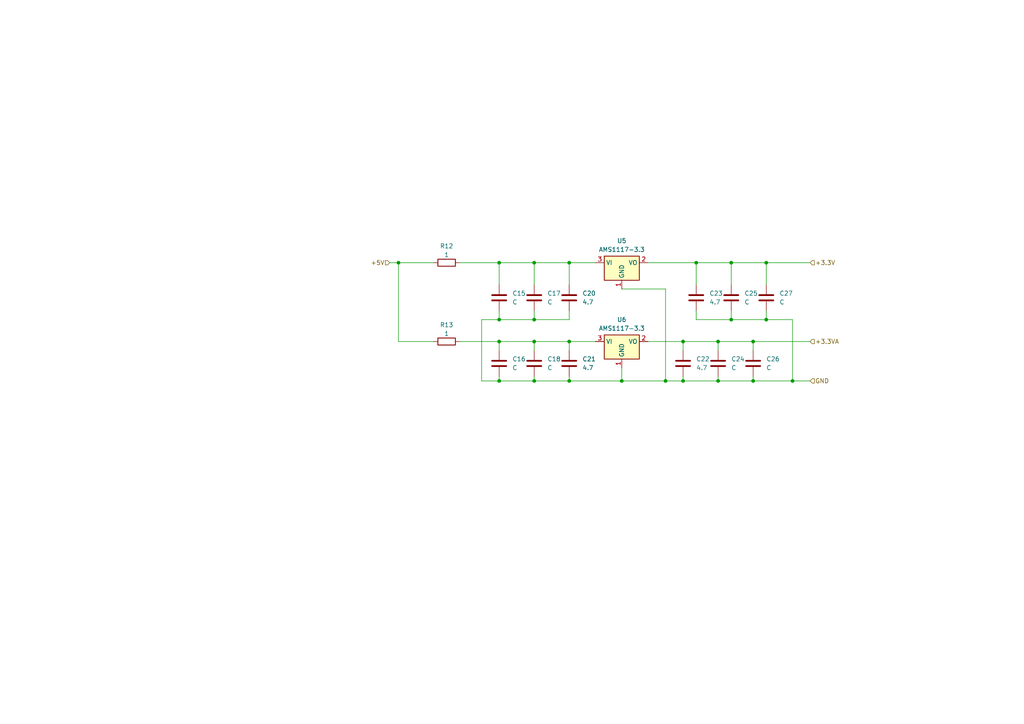
<source format=kicad_sch>
(kicad_sch
	(version 20250114)
	(generator "eeschema")
	(generator_version "9.0")
	(uuid "dda33534-b3d2-483b-87f0-aacb50e56194")
	(paper "A4")
	(lib_symbols
		(symbol "Device:C"
			(pin_numbers
				(hide yes)
			)
			(pin_names
				(offset 0.254)
			)
			(exclude_from_sim no)
			(in_bom yes)
			(on_board yes)
			(property "Reference" "C"
				(at 0.635 2.54 0)
				(effects
					(font
						(size 1.27 1.27)
					)
					(justify left)
				)
			)
			(property "Value" "C"
				(at 0.635 -2.54 0)
				(effects
					(font
						(size 1.27 1.27)
					)
					(justify left)
				)
			)
			(property "Footprint" ""
				(at 0.9652 -3.81 0)
				(effects
					(font
						(size 1.27 1.27)
					)
					(hide yes)
				)
			)
			(property "Datasheet" "~"
				(at 0 0 0)
				(effects
					(font
						(size 1.27 1.27)
					)
					(hide yes)
				)
			)
			(property "Description" "Unpolarized capacitor"
				(at 0 0 0)
				(effects
					(font
						(size 1.27 1.27)
					)
					(hide yes)
				)
			)
			(property "ki_keywords" "cap capacitor"
				(at 0 0 0)
				(effects
					(font
						(size 1.27 1.27)
					)
					(hide yes)
				)
			)
			(property "ki_fp_filters" "C_*"
				(at 0 0 0)
				(effects
					(font
						(size 1.27 1.27)
					)
					(hide yes)
				)
			)
			(symbol "C_0_1"
				(polyline
					(pts
						(xy -2.032 0.762) (xy 2.032 0.762)
					)
					(stroke
						(width 0.508)
						(type default)
					)
					(fill
						(type none)
					)
				)
				(polyline
					(pts
						(xy -2.032 -0.762) (xy 2.032 -0.762)
					)
					(stroke
						(width 0.508)
						(type default)
					)
					(fill
						(type none)
					)
				)
			)
			(symbol "C_1_1"
				(pin passive line
					(at 0 3.81 270)
					(length 2.794)
					(name "~"
						(effects
							(font
								(size 1.27 1.27)
							)
						)
					)
					(number "1"
						(effects
							(font
								(size 1.27 1.27)
							)
						)
					)
				)
				(pin passive line
					(at 0 -3.81 90)
					(length 2.794)
					(name "~"
						(effects
							(font
								(size 1.27 1.27)
							)
						)
					)
					(number "2"
						(effects
							(font
								(size 1.27 1.27)
							)
						)
					)
				)
			)
			(embedded_fonts no)
		)
		(symbol "Device:R"
			(pin_numbers
				(hide yes)
			)
			(pin_names
				(offset 0)
			)
			(exclude_from_sim no)
			(in_bom yes)
			(on_board yes)
			(property "Reference" "R"
				(at 2.032 0 90)
				(effects
					(font
						(size 1.27 1.27)
					)
				)
			)
			(property "Value" "R"
				(at 0 0 90)
				(effects
					(font
						(size 1.27 1.27)
					)
				)
			)
			(property "Footprint" ""
				(at -1.778 0 90)
				(effects
					(font
						(size 1.27 1.27)
					)
					(hide yes)
				)
			)
			(property "Datasheet" "~"
				(at 0 0 0)
				(effects
					(font
						(size 1.27 1.27)
					)
					(hide yes)
				)
			)
			(property "Description" "Resistor"
				(at 0 0 0)
				(effects
					(font
						(size 1.27 1.27)
					)
					(hide yes)
				)
			)
			(property "ki_keywords" "R res resistor"
				(at 0 0 0)
				(effects
					(font
						(size 1.27 1.27)
					)
					(hide yes)
				)
			)
			(property "ki_fp_filters" "R_*"
				(at 0 0 0)
				(effects
					(font
						(size 1.27 1.27)
					)
					(hide yes)
				)
			)
			(symbol "R_0_1"
				(rectangle
					(start -1.016 -2.54)
					(end 1.016 2.54)
					(stroke
						(width 0.254)
						(type default)
					)
					(fill
						(type none)
					)
				)
			)
			(symbol "R_1_1"
				(pin passive line
					(at 0 3.81 270)
					(length 1.27)
					(name "~"
						(effects
							(font
								(size 1.27 1.27)
							)
						)
					)
					(number "1"
						(effects
							(font
								(size 1.27 1.27)
							)
						)
					)
				)
				(pin passive line
					(at 0 -3.81 90)
					(length 1.27)
					(name "~"
						(effects
							(font
								(size 1.27 1.27)
							)
						)
					)
					(number "2"
						(effects
							(font
								(size 1.27 1.27)
							)
						)
					)
				)
			)
			(embedded_fonts no)
		)
		(symbol "Regulator_Linear:AMS1117-3.3"
			(exclude_from_sim no)
			(in_bom yes)
			(on_board yes)
			(property "Reference" "U"
				(at -3.81 3.175 0)
				(effects
					(font
						(size 1.27 1.27)
					)
				)
			)
			(property "Value" "AMS1117-3.3"
				(at 0 3.175 0)
				(effects
					(font
						(size 1.27 1.27)
					)
					(justify left)
				)
			)
			(property "Footprint" "Package_TO_SOT_SMD:SOT-223-3_TabPin2"
				(at 0 5.08 0)
				(effects
					(font
						(size 1.27 1.27)
					)
					(hide yes)
				)
			)
			(property "Datasheet" "http://www.advanced-monolithic.com/pdf/ds1117.pdf"
				(at 2.54 -6.35 0)
				(effects
					(font
						(size 1.27 1.27)
					)
					(hide yes)
				)
			)
			(property "Description" "1A Low Dropout regulator, positive, 3.3V fixed output, SOT-223"
				(at 0 0 0)
				(effects
					(font
						(size 1.27 1.27)
					)
					(hide yes)
				)
			)
			(property "ki_keywords" "linear regulator ldo fixed positive"
				(at 0 0 0)
				(effects
					(font
						(size 1.27 1.27)
					)
					(hide yes)
				)
			)
			(property "ki_fp_filters" "SOT?223*TabPin2*"
				(at 0 0 0)
				(effects
					(font
						(size 1.27 1.27)
					)
					(hide yes)
				)
			)
			(symbol "AMS1117-3.3_0_1"
				(rectangle
					(start -5.08 -5.08)
					(end 5.08 1.905)
					(stroke
						(width 0.254)
						(type default)
					)
					(fill
						(type background)
					)
				)
			)
			(symbol "AMS1117-3.3_1_1"
				(pin power_in line
					(at -7.62 0 0)
					(length 2.54)
					(name "VI"
						(effects
							(font
								(size 1.27 1.27)
							)
						)
					)
					(number "3"
						(effects
							(font
								(size 1.27 1.27)
							)
						)
					)
				)
				(pin power_in line
					(at 0 -7.62 90)
					(length 2.54)
					(name "GND"
						(effects
							(font
								(size 1.27 1.27)
							)
						)
					)
					(number "1"
						(effects
							(font
								(size 1.27 1.27)
							)
						)
					)
				)
				(pin power_out line
					(at 7.62 0 180)
					(length 2.54)
					(name "VO"
						(effects
							(font
								(size 1.27 1.27)
							)
						)
					)
					(number "2"
						(effects
							(font
								(size 1.27 1.27)
							)
						)
					)
				)
			)
			(embedded_fonts no)
		)
	)
	(junction
		(at 201.93 76.2)
		(diameter 0)
		(color 0 0 0 0)
		(uuid "0e29799e-0a9f-44dd-9f2b-4f93fb8851ec")
	)
	(junction
		(at 208.28 99.06)
		(diameter 0)
		(color 0 0 0 0)
		(uuid "140a47fd-7cc8-4f4e-a1b6-82bde1a5c40b")
	)
	(junction
		(at 218.44 110.49)
		(diameter 0)
		(color 0 0 0 0)
		(uuid "1df05f0c-ee17-4af7-a437-2bee328d3ffd")
	)
	(junction
		(at 154.94 76.2)
		(diameter 0)
		(color 0 0 0 0)
		(uuid "1efa8983-561e-4d47-814f-935a09a78353")
	)
	(junction
		(at 208.28 110.49)
		(diameter 0)
		(color 0 0 0 0)
		(uuid "306e6229-d6a1-4c28-8b66-238b373e29b6")
	)
	(junction
		(at 180.34 110.49)
		(diameter 0)
		(color 0 0 0 0)
		(uuid "4f859806-454b-4ca1-875a-3cdb86629094")
	)
	(junction
		(at 154.94 92.71)
		(diameter 0)
		(color 0 0 0 0)
		(uuid "62c8ba2a-c9e6-48fa-8bae-b883d50c0abd")
	)
	(junction
		(at 154.94 99.06)
		(diameter 0)
		(color 0 0 0 0)
		(uuid "65ad6195-4d67-4408-ace9-ea85221c5be1")
	)
	(junction
		(at 198.12 99.06)
		(diameter 0)
		(color 0 0 0 0)
		(uuid "6772f316-4b78-49a5-a1b7-44c020d7f40d")
	)
	(junction
		(at 222.25 92.71)
		(diameter 0)
		(color 0 0 0 0)
		(uuid "69791233-f86c-4321-92ac-f83f7338a824")
	)
	(junction
		(at 229.87 110.49)
		(diameter 0)
		(color 0 0 0 0)
		(uuid "73ea6949-9fdb-49cf-8bb0-4189a92eb37c")
	)
	(junction
		(at 212.09 76.2)
		(diameter 0)
		(color 0 0 0 0)
		(uuid "87b21a60-c175-4bf1-80eb-041f15197a00")
	)
	(junction
		(at 154.94 110.49)
		(diameter 0)
		(color 0 0 0 0)
		(uuid "88fb6af8-3c0c-44cc-b94f-c56efb7fb802")
	)
	(junction
		(at 144.78 92.71)
		(diameter 0)
		(color 0 0 0 0)
		(uuid "a26e16e2-2622-42d0-ae81-2c38c040d510")
	)
	(junction
		(at 165.1 76.2)
		(diameter 0)
		(color 0 0 0 0)
		(uuid "a34a811d-f9f8-4769-890a-9922e2d6e6cd")
	)
	(junction
		(at 144.78 99.06)
		(diameter 0)
		(color 0 0 0 0)
		(uuid "af7b2f80-6298-4ceb-aafc-ff6e86eb7be4")
	)
	(junction
		(at 218.44 99.06)
		(diameter 0)
		(color 0 0 0 0)
		(uuid "b5aaa2a8-6aad-495d-a964-6703b78fc1e1")
	)
	(junction
		(at 193.04 110.49)
		(diameter 0)
		(color 0 0 0 0)
		(uuid "b899609b-ef00-4647-a48a-f9cf64f38c42")
	)
	(junction
		(at 144.78 76.2)
		(diameter 0)
		(color 0 0 0 0)
		(uuid "c14ba231-5596-4c61-a65b-55d278a40a56")
	)
	(junction
		(at 144.78 110.49)
		(diameter 0)
		(color 0 0 0 0)
		(uuid "c34f5117-6d1b-4306-b7cf-afcf5aaa31ef")
	)
	(junction
		(at 222.25 76.2)
		(diameter 0)
		(color 0 0 0 0)
		(uuid "c5892eb4-fe4e-490b-a386-81ae352f3cf3")
	)
	(junction
		(at 212.09 92.71)
		(diameter 0)
		(color 0 0 0 0)
		(uuid "c8b43ccc-d560-4d40-9f27-a122fa0fc26f")
	)
	(junction
		(at 165.1 110.49)
		(diameter 0)
		(color 0 0 0 0)
		(uuid "d273c4dd-3398-4245-a16e-c29823c92964")
	)
	(junction
		(at 165.1 99.06)
		(diameter 0)
		(color 0 0 0 0)
		(uuid "e3e4838b-1f1f-4b14-ae97-5145718364ec")
	)
	(junction
		(at 115.57 76.2)
		(diameter 0)
		(color 0 0 0 0)
		(uuid "e4419d06-39eb-41c6-9924-655b8ff736ac")
	)
	(junction
		(at 198.12 110.49)
		(diameter 0)
		(color 0 0 0 0)
		(uuid "f8235307-d72f-4368-95a2-dbeb347de583")
	)
	(wire
		(pts
			(xy 113.03 76.2) (xy 115.57 76.2)
		)
		(stroke
			(width 0)
			(type default)
		)
		(uuid "01a79613-7d0c-425d-87e3-80fe3d770564")
	)
	(wire
		(pts
			(xy 154.94 109.22) (xy 154.94 110.49)
		)
		(stroke
			(width 0)
			(type default)
		)
		(uuid "028148bd-2b5a-48ed-8f86-bb0535f02eb4")
	)
	(wire
		(pts
			(xy 187.96 99.06) (xy 198.12 99.06)
		)
		(stroke
			(width 0)
			(type default)
		)
		(uuid "04d9ec30-0087-401d-802f-1f69fafa91e4")
	)
	(wire
		(pts
			(xy 144.78 76.2) (xy 144.78 82.55)
		)
		(stroke
			(width 0)
			(type default)
		)
		(uuid "0568715c-fbaf-4a4c-8ed5-79ce9fad4059")
	)
	(wire
		(pts
			(xy 165.1 109.22) (xy 165.1 110.49)
		)
		(stroke
			(width 0)
			(type default)
		)
		(uuid "09ba4d6b-16a1-49ec-8f6a-79e22258c5b3")
	)
	(wire
		(pts
			(xy 165.1 76.2) (xy 165.1 82.55)
		)
		(stroke
			(width 0)
			(type default)
		)
		(uuid "0cb22717-1431-410f-8f8a-b7a323404e31")
	)
	(wire
		(pts
			(xy 208.28 110.49) (xy 218.44 110.49)
		)
		(stroke
			(width 0)
			(type default)
		)
		(uuid "0da91d79-05b0-4d45-941c-07184a41ff4f")
	)
	(wire
		(pts
			(xy 154.94 90.17) (xy 154.94 92.71)
		)
		(stroke
			(width 0)
			(type default)
		)
		(uuid "1a3d38a3-5010-45b8-bad4-f69ecc1c0aff")
	)
	(wire
		(pts
			(xy 198.12 110.49) (xy 208.28 110.49)
		)
		(stroke
			(width 0)
			(type default)
		)
		(uuid "1de5e78b-57f6-4775-923e-7886b7481ecb")
	)
	(wire
		(pts
			(xy 222.25 76.2) (xy 234.95 76.2)
		)
		(stroke
			(width 0)
			(type default)
		)
		(uuid "24c00a27-f556-430b-b5dd-3d49c377b508")
	)
	(wire
		(pts
			(xy 229.87 110.49) (xy 234.95 110.49)
		)
		(stroke
			(width 0)
			(type default)
		)
		(uuid "269e5f2f-8f8d-47ca-a041-603ef869bfcf")
	)
	(wire
		(pts
			(xy 198.12 99.06) (xy 198.12 101.6)
		)
		(stroke
			(width 0)
			(type default)
		)
		(uuid "285d59ea-1b24-422f-8e10-0a2c6d8a7b56")
	)
	(wire
		(pts
			(xy 144.78 90.17) (xy 144.78 92.71)
		)
		(stroke
			(width 0)
			(type default)
		)
		(uuid "2bc59ffc-e1e1-4649-acac-b1c7e5fc86f3")
	)
	(wire
		(pts
			(xy 154.94 99.06) (xy 144.78 99.06)
		)
		(stroke
			(width 0)
			(type default)
		)
		(uuid "2cd8960e-1f46-451a-8099-fa14a546e8b9")
	)
	(wire
		(pts
			(xy 115.57 76.2) (xy 125.73 76.2)
		)
		(stroke
			(width 0)
			(type default)
		)
		(uuid "309fd809-b533-408f-b505-3a91a4128d8c")
	)
	(wire
		(pts
			(xy 144.78 92.71) (xy 139.7 92.71)
		)
		(stroke
			(width 0)
			(type default)
		)
		(uuid "37b09877-4f38-4b9d-b70e-ff93b4667c28")
	)
	(wire
		(pts
			(xy 180.34 83.82) (xy 193.04 83.82)
		)
		(stroke
			(width 0)
			(type default)
		)
		(uuid "3b013b01-c557-4933-bced-51a9765e8185")
	)
	(wire
		(pts
			(xy 165.1 110.49) (xy 180.34 110.49)
		)
		(stroke
			(width 0)
			(type default)
		)
		(uuid "3b8aeae1-4238-4dda-907c-9233e45b4bf2")
	)
	(wire
		(pts
			(xy 139.7 92.71) (xy 139.7 110.49)
		)
		(stroke
			(width 0)
			(type default)
		)
		(uuid "3d1d89a4-7588-474d-bd31-d2b989bbe9d0")
	)
	(wire
		(pts
			(xy 222.25 76.2) (xy 222.25 82.55)
		)
		(stroke
			(width 0)
			(type default)
		)
		(uuid "3e98c603-528b-4d25-9e45-20155ef86491")
	)
	(wire
		(pts
			(xy 218.44 99.06) (xy 234.95 99.06)
		)
		(stroke
			(width 0)
			(type default)
		)
		(uuid "404f9a4c-03e3-403b-90bf-69f93278262b")
	)
	(wire
		(pts
			(xy 154.94 76.2) (xy 165.1 76.2)
		)
		(stroke
			(width 0)
			(type default)
		)
		(uuid "4122fb86-3174-48db-9551-143e4058be9b")
	)
	(wire
		(pts
			(xy 198.12 99.06) (xy 208.28 99.06)
		)
		(stroke
			(width 0)
			(type default)
		)
		(uuid "45974d86-aec0-426d-9997-156ea2696d31")
	)
	(wire
		(pts
			(xy 201.93 76.2) (xy 212.09 76.2)
		)
		(stroke
			(width 0)
			(type default)
		)
		(uuid "45e43e83-59e0-41f2-ac22-074c43268640")
	)
	(wire
		(pts
			(xy 218.44 99.06) (xy 218.44 101.6)
		)
		(stroke
			(width 0)
			(type default)
		)
		(uuid "4a341566-01a0-48c3-b5c2-dcca0c77f3c5")
	)
	(wire
		(pts
			(xy 144.78 99.06) (xy 144.78 101.6)
		)
		(stroke
			(width 0)
			(type default)
		)
		(uuid "4d777979-f125-474b-aafb-24426edc1d5d")
	)
	(wire
		(pts
			(xy 218.44 109.22) (xy 218.44 110.49)
		)
		(stroke
			(width 0)
			(type default)
		)
		(uuid "51c15f67-8d4e-4e17-9ea3-84d9a26b8d08")
	)
	(wire
		(pts
			(xy 115.57 99.06) (xy 115.57 76.2)
		)
		(stroke
			(width 0)
			(type default)
		)
		(uuid "51dd4835-013e-431c-97a1-5953cedadd80")
	)
	(wire
		(pts
			(xy 208.28 99.06) (xy 208.28 101.6)
		)
		(stroke
			(width 0)
			(type default)
		)
		(uuid "58a52d64-28c5-4efe-89a8-726eab9e1444")
	)
	(wire
		(pts
			(xy 201.93 92.71) (xy 212.09 92.71)
		)
		(stroke
			(width 0)
			(type default)
		)
		(uuid "59da71aa-156c-4d40-a791-8d60024ff04c")
	)
	(wire
		(pts
			(xy 229.87 92.71) (xy 222.25 92.71)
		)
		(stroke
			(width 0)
			(type default)
		)
		(uuid "5ca98a4f-8546-41cc-a326-cc261b9935d0")
	)
	(wire
		(pts
			(xy 165.1 76.2) (xy 172.72 76.2)
		)
		(stroke
			(width 0)
			(type default)
		)
		(uuid "5d6dd2f8-3e3d-4cfc-96b1-3900aba6c684")
	)
	(wire
		(pts
			(xy 133.35 76.2) (xy 144.78 76.2)
		)
		(stroke
			(width 0)
			(type default)
		)
		(uuid "6a1932ad-3967-4592-a743-ed11452ae66f")
	)
	(wire
		(pts
			(xy 187.96 76.2) (xy 201.93 76.2)
		)
		(stroke
			(width 0)
			(type default)
		)
		(uuid "6daf2a74-5a50-4247-97d8-479a0b216c3f")
	)
	(wire
		(pts
			(xy 172.72 99.06) (xy 165.1 99.06)
		)
		(stroke
			(width 0)
			(type default)
		)
		(uuid "6e8ff22e-8d62-43e0-b5aa-5d0a39ec7819")
	)
	(wire
		(pts
			(xy 229.87 110.49) (xy 229.87 92.71)
		)
		(stroke
			(width 0)
			(type default)
		)
		(uuid "7abb18aa-86b8-4219-9f7a-8f8c09b698c3")
	)
	(wire
		(pts
			(xy 201.93 90.17) (xy 201.93 92.71)
		)
		(stroke
			(width 0)
			(type default)
		)
		(uuid "7cb52976-fe5d-4f0d-8fe1-04cc41590f09")
	)
	(wire
		(pts
			(xy 154.94 99.06) (xy 154.94 101.6)
		)
		(stroke
			(width 0)
			(type default)
		)
		(uuid "843c3211-d0e7-4ea5-ab2e-b2b0cec9c9b7")
	)
	(wire
		(pts
			(xy 208.28 109.22) (xy 208.28 110.49)
		)
		(stroke
			(width 0)
			(type default)
		)
		(uuid "8b886cec-fa64-454b-8826-0609eaa0f4b5")
	)
	(wire
		(pts
			(xy 154.94 76.2) (xy 154.94 82.55)
		)
		(stroke
			(width 0)
			(type default)
		)
		(uuid "8d08d04f-5cbe-4869-80cf-d1d9c9bfecb0")
	)
	(wire
		(pts
			(xy 144.78 110.49) (xy 154.94 110.49)
		)
		(stroke
			(width 0)
			(type default)
		)
		(uuid "8ee02993-c283-49fa-adb3-8db963120024")
	)
	(wire
		(pts
			(xy 212.09 76.2) (xy 212.09 82.55)
		)
		(stroke
			(width 0)
			(type default)
		)
		(uuid "9623bb83-8af4-4db0-b6fa-0087f964e9ac")
	)
	(wire
		(pts
			(xy 154.94 92.71) (xy 165.1 92.71)
		)
		(stroke
			(width 0)
			(type default)
		)
		(uuid "96b9964e-5ea9-4db9-be3a-c8d993c49f49")
	)
	(wire
		(pts
			(xy 165.1 99.06) (xy 165.1 101.6)
		)
		(stroke
			(width 0)
			(type default)
		)
		(uuid "9a107d5b-ad3b-4864-9aa8-590e46283261")
	)
	(wire
		(pts
			(xy 144.78 109.22) (xy 144.78 110.49)
		)
		(stroke
			(width 0)
			(type default)
		)
		(uuid "9d35667a-c385-4e48-b607-6b6ffa7818c5")
	)
	(wire
		(pts
			(xy 212.09 90.17) (xy 212.09 92.71)
		)
		(stroke
			(width 0)
			(type default)
		)
		(uuid "a54bf1c6-c057-4aa6-a81c-202630943166")
	)
	(wire
		(pts
			(xy 154.94 110.49) (xy 165.1 110.49)
		)
		(stroke
			(width 0)
			(type default)
		)
		(uuid "af0d7d14-56ed-4101-84cb-79ef88f8812e")
	)
	(wire
		(pts
			(xy 165.1 92.71) (xy 165.1 90.17)
		)
		(stroke
			(width 0)
			(type default)
		)
		(uuid "b0508bf9-318e-4c87-914c-95037480cb22")
	)
	(wire
		(pts
			(xy 208.28 99.06) (xy 218.44 99.06)
		)
		(stroke
			(width 0)
			(type default)
		)
		(uuid "b3544635-fb04-457c-b329-feab5085e115")
	)
	(wire
		(pts
			(xy 193.04 110.49) (xy 180.34 110.49)
		)
		(stroke
			(width 0)
			(type default)
		)
		(uuid "b690b14e-9121-4391-bfef-78aa57a2a94e")
	)
	(wire
		(pts
			(xy 180.34 110.49) (xy 180.34 106.68)
		)
		(stroke
			(width 0)
			(type default)
		)
		(uuid "be7cbf3d-b9d0-4efa-bc24-356aec74b360")
	)
	(wire
		(pts
			(xy 201.93 76.2) (xy 201.93 82.55)
		)
		(stroke
			(width 0)
			(type default)
		)
		(uuid "bed16175-4516-4d84-90a9-15eafdbd3ed9")
	)
	(wire
		(pts
			(xy 115.57 99.06) (xy 125.73 99.06)
		)
		(stroke
			(width 0)
			(type default)
		)
		(uuid "c1137ace-1673-4ce3-9285-3411fb13d41d")
	)
	(wire
		(pts
			(xy 212.09 92.71) (xy 222.25 92.71)
		)
		(stroke
			(width 0)
			(type default)
		)
		(uuid "c47b930d-df2c-48ad-bdd8-1490aae7ec69")
	)
	(wire
		(pts
			(xy 144.78 92.71) (xy 154.94 92.71)
		)
		(stroke
			(width 0)
			(type default)
		)
		(uuid "c8972626-5edf-4478-9b70-4d687b4d7a46")
	)
	(wire
		(pts
			(xy 198.12 109.22) (xy 198.12 110.49)
		)
		(stroke
			(width 0)
			(type default)
		)
		(uuid "cd4f7a11-9e3f-4f5e-ab06-4638d4315653")
	)
	(wire
		(pts
			(xy 165.1 99.06) (xy 154.94 99.06)
		)
		(stroke
			(width 0)
			(type default)
		)
		(uuid "d1b0e118-6335-476e-8627-7f5ef1d9e1c2")
	)
	(wire
		(pts
			(xy 193.04 110.49) (xy 198.12 110.49)
		)
		(stroke
			(width 0)
			(type default)
		)
		(uuid "d6cfdf31-c296-45a5-90c2-bfd09f80fe7c")
	)
	(wire
		(pts
			(xy 139.7 110.49) (xy 144.78 110.49)
		)
		(stroke
			(width 0)
			(type default)
		)
		(uuid "da5ddcc4-8938-4327-86a1-e70d47cbb06b")
	)
	(wire
		(pts
			(xy 218.44 110.49) (xy 229.87 110.49)
		)
		(stroke
			(width 0)
			(type default)
		)
		(uuid "e62660be-ec13-4e43-b428-a378854cc32b")
	)
	(wire
		(pts
			(xy 133.35 99.06) (xy 144.78 99.06)
		)
		(stroke
			(width 0)
			(type default)
		)
		(uuid "edd6587e-4956-417a-ab62-4ec0880d68fd")
	)
	(wire
		(pts
			(xy 193.04 83.82) (xy 193.04 110.49)
		)
		(stroke
			(width 0)
			(type default)
		)
		(uuid "f0af4046-d8c3-46f5-9d49-1f417b07987c")
	)
	(wire
		(pts
			(xy 222.25 92.71) (xy 222.25 90.17)
		)
		(stroke
			(width 0)
			(type default)
		)
		(uuid "f0e3e278-1ad8-4a49-9d13-73a45cc6d779")
	)
	(wire
		(pts
			(xy 144.78 76.2) (xy 154.94 76.2)
		)
		(stroke
			(width 0)
			(type default)
		)
		(uuid "fc65ad59-e5b2-43cc-b754-de55ee498a0a")
	)
	(wire
		(pts
			(xy 212.09 76.2) (xy 222.25 76.2)
		)
		(stroke
			(width 0)
			(type default)
		)
		(uuid "fded0802-063c-4119-90fe-2e9c27cf1b29")
	)
	(hierarchical_label "+3.3VA"
		(shape input)
		(at 234.95 99.06 0)
		(effects
			(font
				(size 1.27 1.27)
			)
			(justify left)
		)
		(uuid "11046a6b-375b-409a-86a6-28351582ca81")
	)
	(hierarchical_label "GND"
		(shape input)
		(at 234.95 110.49 0)
		(effects
			(font
				(size 1.27 1.27)
			)
			(justify left)
		)
		(uuid "92110f6b-f9ae-450d-92ba-67266ce21608")
	)
	(hierarchical_label "+3.3V"
		(shape input)
		(at 234.95 76.2 0)
		(effects
			(font
				(size 1.27 1.27)
			)
			(justify left)
		)
		(uuid "c90aca77-394b-44ec-8600-435bd67a1bc1")
	)
	(hierarchical_label "+5V"
		(shape input)
		(at 113.03 76.2 180)
		(effects
			(font
				(size 1.27 1.27)
			)
			(justify right)
		)
		(uuid "eb569908-f86d-4156-8d74-a57302d6bc80")
	)
	(symbol
		(lib_id "Device:C")
		(at 144.78 105.41 0)
		(unit 1)
		(exclude_from_sim no)
		(in_bom yes)
		(on_board yes)
		(dnp no)
		(fields_autoplaced yes)
		(uuid "20869e41-9548-4e5d-9506-9ba5fe9b7ded")
		(property "Reference" "C16"
			(at 148.59 104.1399 0)
			(effects
				(font
					(size 1.27 1.27)
				)
				(justify left)
			)
		)
		(property "Value" "C"
			(at 148.59 106.6799 0)
			(effects
				(font
					(size 1.27 1.27)
				)
				(justify left)
			)
		)
		(property "Footprint" "Capacitor_SMD:C_0805_2012Metric"
			(at 145.7452 109.22 0)
			(effects
				(font
					(size 1.27 1.27)
				)
				(hide yes)
			)
		)
		(property "Datasheet" "~"
			(at 144.78 105.41 0)
			(effects
				(font
					(size 1.27 1.27)
				)
				(hide yes)
			)
		)
		(property "Description" "Unpolarized capacitor"
			(at 144.78 105.41 0)
			(effects
				(font
					(size 1.27 1.27)
				)
				(hide yes)
			)
		)
		(pin "2"
			(uuid "7cb32abc-44da-4418-bc13-55a85ccaf5fa")
		)
		(pin "1"
			(uuid "77726d8a-ae54-4773-9746-0101abf50815")
		)
		(instances
			(project "3axis-magnitometer"
				(path "/c590c88d-27c9-4e5a-a435-a42d9de70c1c/aa85cf22-72ca-4fb8-a4da-aecf61471964"
					(reference "C16")
					(unit 1)
				)
			)
		)
	)
	(symbol
		(lib_id "Device:C")
		(at 144.78 86.36 0)
		(unit 1)
		(exclude_from_sim no)
		(in_bom yes)
		(on_board yes)
		(dnp no)
		(fields_autoplaced yes)
		(uuid "29bf8e87-e4aa-433f-8d64-c0dfd863610d")
		(property "Reference" "C15"
			(at 148.59 85.0899 0)
			(effects
				(font
					(size 1.27 1.27)
				)
				(justify left)
			)
		)
		(property "Value" "C"
			(at 148.59 87.6299 0)
			(effects
				(font
					(size 1.27 1.27)
				)
				(justify left)
			)
		)
		(property "Footprint" "Capacitor_SMD:C_0805_2012Metric"
			(at 145.7452 90.17 0)
			(effects
				(font
					(size 1.27 1.27)
				)
				(hide yes)
			)
		)
		(property "Datasheet" "~"
			(at 144.78 86.36 0)
			(effects
				(font
					(size 1.27 1.27)
				)
				(hide yes)
			)
		)
		(property "Description" "Unpolarized capacitor"
			(at 144.78 86.36 0)
			(effects
				(font
					(size 1.27 1.27)
				)
				(hide yes)
			)
		)
		(pin "2"
			(uuid "78c1eac1-338e-4567-84e6-344bcfc70c6e")
		)
		(pin "1"
			(uuid "b275d5df-18d3-495e-8af1-6c81318eee75")
		)
		(instances
			(project "3axis-magnitometer"
				(path "/c590c88d-27c9-4e5a-a435-a42d9de70c1c/aa85cf22-72ca-4fb8-a4da-aecf61471964"
					(reference "C15")
					(unit 1)
				)
			)
		)
	)
	(symbol
		(lib_id "Device:C")
		(at 208.28 105.41 0)
		(unit 1)
		(exclude_from_sim no)
		(in_bom yes)
		(on_board yes)
		(dnp no)
		(fields_autoplaced yes)
		(uuid "2c115d23-c19e-4a53-9591-9a08953ff171")
		(property "Reference" "C24"
			(at 212.09 104.1399 0)
			(effects
				(font
					(size 1.27 1.27)
				)
				(justify left)
			)
		)
		(property "Value" "C"
			(at 212.09 106.6799 0)
			(effects
				(font
					(size 1.27 1.27)
				)
				(justify left)
			)
		)
		(property "Footprint" "Capacitor_SMD:C_0805_2012Metric"
			(at 209.2452 109.22 0)
			(effects
				(font
					(size 1.27 1.27)
				)
				(hide yes)
			)
		)
		(property "Datasheet" "~"
			(at 208.28 105.41 0)
			(effects
				(font
					(size 1.27 1.27)
				)
				(hide yes)
			)
		)
		(property "Description" "Unpolarized capacitor"
			(at 208.28 105.41 0)
			(effects
				(font
					(size 1.27 1.27)
				)
				(hide yes)
			)
		)
		(pin "2"
			(uuid "36e271de-9877-403c-a6eb-789fb7d288ad")
		)
		(pin "1"
			(uuid "adcbd0fb-e710-404a-9699-3eaf254baf1b")
		)
		(instances
			(project "3axis-magnitometer"
				(path "/c590c88d-27c9-4e5a-a435-a42d9de70c1c/aa85cf22-72ca-4fb8-a4da-aecf61471964"
					(reference "C24")
					(unit 1)
				)
			)
		)
	)
	(symbol
		(lib_id "Device:C")
		(at 222.25 86.36 0)
		(unit 1)
		(exclude_from_sim no)
		(in_bom yes)
		(on_board yes)
		(dnp no)
		(fields_autoplaced yes)
		(uuid "4b351f9e-a183-4a59-8ede-c2930e2d6c04")
		(property "Reference" "C27"
			(at 226.06 85.0899 0)
			(effects
				(font
					(size 1.27 1.27)
				)
				(justify left)
			)
		)
		(property "Value" "C"
			(at 226.06 87.6299 0)
			(effects
				(font
					(size 1.27 1.27)
				)
				(justify left)
			)
		)
		(property "Footprint" "Capacitor_SMD:C_0805_2012Metric"
			(at 223.2152 90.17 0)
			(effects
				(font
					(size 1.27 1.27)
				)
				(hide yes)
			)
		)
		(property "Datasheet" "~"
			(at 222.25 86.36 0)
			(effects
				(font
					(size 1.27 1.27)
				)
				(hide yes)
			)
		)
		(property "Description" "Unpolarized capacitor"
			(at 222.25 86.36 0)
			(effects
				(font
					(size 1.27 1.27)
				)
				(hide yes)
			)
		)
		(pin "2"
			(uuid "bd83c69a-1c78-439f-9b89-694e5b37fc7c")
		)
		(pin "1"
			(uuid "f39e1038-f788-4a4d-acbf-33ecaa29b5d5")
		)
		(instances
			(project "3axis-magnitometer"
				(path "/c590c88d-27c9-4e5a-a435-a42d9de70c1c/aa85cf22-72ca-4fb8-a4da-aecf61471964"
					(reference "C27")
					(unit 1)
				)
			)
		)
	)
	(symbol
		(lib_id "Device:C")
		(at 212.09 86.36 0)
		(unit 1)
		(exclude_from_sim no)
		(in_bom yes)
		(on_board yes)
		(dnp no)
		(fields_autoplaced yes)
		(uuid "50c0372c-8028-4f99-930f-cd119981222c")
		(property "Reference" "C25"
			(at 215.9 85.0899 0)
			(effects
				(font
					(size 1.27 1.27)
				)
				(justify left)
			)
		)
		(property "Value" "C"
			(at 215.9 87.6299 0)
			(effects
				(font
					(size 1.27 1.27)
				)
				(justify left)
			)
		)
		(property "Footprint" "Capacitor_SMD:C_0805_2012Metric"
			(at 213.0552 90.17 0)
			(effects
				(font
					(size 1.27 1.27)
				)
				(hide yes)
			)
		)
		(property "Datasheet" "~"
			(at 212.09 86.36 0)
			(effects
				(font
					(size 1.27 1.27)
				)
				(hide yes)
			)
		)
		(property "Description" "Unpolarized capacitor"
			(at 212.09 86.36 0)
			(effects
				(font
					(size 1.27 1.27)
				)
				(hide yes)
			)
		)
		(pin "2"
			(uuid "9c795e9c-3b3e-47a4-8cbf-b4a4ecb38428")
		)
		(pin "1"
			(uuid "ea4d51bd-8453-4252-933b-e10ad8a8dd42")
		)
		(instances
			(project "3axis-magnitometer"
				(path "/c590c88d-27c9-4e5a-a435-a42d9de70c1c/aa85cf22-72ca-4fb8-a4da-aecf61471964"
					(reference "C25")
					(unit 1)
				)
			)
		)
	)
	(symbol
		(lib_id "Device:R")
		(at 129.54 76.2 90)
		(unit 1)
		(exclude_from_sim no)
		(in_bom yes)
		(on_board yes)
		(dnp no)
		(uuid "68fadb1f-9ca4-4174-baeb-58859374f0fc")
		(property "Reference" "R12"
			(at 129.54 71.374 90)
			(effects
				(font
					(size 1.27 1.27)
				)
			)
		)
		(property "Value" "1"
			(at 129.54 73.914 90)
			(effects
				(font
					(size 1.27 1.27)
				)
			)
		)
		(property "Footprint" "Resistor_SMD:R_0805_2012Metric"
			(at 129.54 77.978 90)
			(effects
				(font
					(size 1.27 1.27)
				)
				(hide yes)
			)
		)
		(property "Datasheet" "~"
			(at 129.54 76.2 0)
			(effects
				(font
					(size 1.27 1.27)
				)
				(hide yes)
			)
		)
		(property "Description" "Resistor"
			(at 129.54 76.2 0)
			(effects
				(font
					(size 1.27 1.27)
				)
				(hide yes)
			)
		)
		(pin "2"
			(uuid "c1151a67-f506-4ff1-a5b2-708bba14339e")
		)
		(pin "1"
			(uuid "160f590c-6306-4517-8a05-b79a46c95a1a")
		)
		(instances
			(project "3axis-magnitometer"
				(path "/c590c88d-27c9-4e5a-a435-a42d9de70c1c/aa85cf22-72ca-4fb8-a4da-aecf61471964"
					(reference "R12")
					(unit 1)
				)
			)
		)
	)
	(symbol
		(lib_id "Device:C")
		(at 154.94 86.36 0)
		(unit 1)
		(exclude_from_sim no)
		(in_bom yes)
		(on_board yes)
		(dnp no)
		(fields_autoplaced yes)
		(uuid "7aef7534-9492-4f15-8528-05eb1b315284")
		(property "Reference" "C17"
			(at 158.75 85.0899 0)
			(effects
				(font
					(size 1.27 1.27)
				)
				(justify left)
			)
		)
		(property "Value" "C"
			(at 158.75 87.6299 0)
			(effects
				(font
					(size 1.27 1.27)
				)
				(justify left)
			)
		)
		(property "Footprint" "Capacitor_SMD:C_0805_2012Metric"
			(at 155.9052 90.17 0)
			(effects
				(font
					(size 1.27 1.27)
				)
				(hide yes)
			)
		)
		(property "Datasheet" "~"
			(at 154.94 86.36 0)
			(effects
				(font
					(size 1.27 1.27)
				)
				(hide yes)
			)
		)
		(property "Description" "Unpolarized capacitor"
			(at 154.94 86.36 0)
			(effects
				(font
					(size 1.27 1.27)
				)
				(hide yes)
			)
		)
		(pin "2"
			(uuid "8be778e7-23ff-40dd-845a-6751c65893f8")
		)
		(pin "1"
			(uuid "f2162740-232f-4bb0-b59b-dd8e52b1d322")
		)
		(instances
			(project "3axis-magnitometer"
				(path "/c590c88d-27c9-4e5a-a435-a42d9de70c1c/aa85cf22-72ca-4fb8-a4da-aecf61471964"
					(reference "C17")
					(unit 1)
				)
			)
		)
	)
	(symbol
		(lib_id "Regulator_Linear:AMS1117-3.3")
		(at 180.34 99.06 0)
		(unit 1)
		(exclude_from_sim no)
		(in_bom yes)
		(on_board yes)
		(dnp no)
		(fields_autoplaced yes)
		(uuid "94392b4e-3793-436f-821b-e1e5dd622dbd")
		(property "Reference" "U6"
			(at 180.34 92.71 0)
			(effects
				(font
					(size 1.27 1.27)
				)
			)
		)
		(property "Value" "AMS1117-3.3"
			(at 180.34 95.25 0)
			(effects
				(font
					(size 1.27 1.27)
				)
			)
		)
		(property "Footprint" "Package_TO_SOT_SMD:SOT-223-3_TabPin2"
			(at 180.34 93.98 0)
			(effects
				(font
					(size 1.27 1.27)
				)
				(hide yes)
			)
		)
		(property "Datasheet" "http://www.advanced-monolithic.com/pdf/ds1117.pdf"
			(at 182.88 105.41 0)
			(effects
				(font
					(size 1.27 1.27)
				)
				(hide yes)
			)
		)
		(property "Description" "1A Low Dropout regulator, positive, 3.3V fixed output, SOT-223"
			(at 180.34 99.06 0)
			(effects
				(font
					(size 1.27 1.27)
				)
				(hide yes)
			)
		)
		(pin "1"
			(uuid "6216ec39-2233-465b-996b-0de954a862e4")
		)
		(pin "3"
			(uuid "af56ac44-0d23-4103-ae0c-401568baaab1")
		)
		(pin "2"
			(uuid "f195f5a2-a437-41c2-8340-0298ac72d3eb")
		)
		(instances
			(project "3axis-magnitometer"
				(path "/c590c88d-27c9-4e5a-a435-a42d9de70c1c/aa85cf22-72ca-4fb8-a4da-aecf61471964"
					(reference "U6")
					(unit 1)
				)
			)
		)
	)
	(symbol
		(lib_id "Device:C")
		(at 218.44 105.41 0)
		(unit 1)
		(exclude_from_sim no)
		(in_bom yes)
		(on_board yes)
		(dnp no)
		(fields_autoplaced yes)
		(uuid "94a0f34e-7812-48b4-9c4d-03ce56cd6410")
		(property "Reference" "C26"
			(at 222.25 104.1399 0)
			(effects
				(font
					(size 1.27 1.27)
				)
				(justify left)
			)
		)
		(property "Value" "C"
			(at 222.25 106.6799 0)
			(effects
				(font
					(size 1.27 1.27)
				)
				(justify left)
			)
		)
		(property "Footprint" "Capacitor_SMD:C_0805_2012Metric"
			(at 219.4052 109.22 0)
			(effects
				(font
					(size 1.27 1.27)
				)
				(hide yes)
			)
		)
		(property "Datasheet" "~"
			(at 218.44 105.41 0)
			(effects
				(font
					(size 1.27 1.27)
				)
				(hide yes)
			)
		)
		(property "Description" "Unpolarized capacitor"
			(at 218.44 105.41 0)
			(effects
				(font
					(size 1.27 1.27)
				)
				(hide yes)
			)
		)
		(pin "2"
			(uuid "fc8876f3-4c1c-4511-bf60-54839f0933fe")
		)
		(pin "1"
			(uuid "4acaaa6f-ab22-4ac0-831e-4c8433f777c3")
		)
		(instances
			(project "3axis-magnitometer"
				(path "/c590c88d-27c9-4e5a-a435-a42d9de70c1c/aa85cf22-72ca-4fb8-a4da-aecf61471964"
					(reference "C26")
					(unit 1)
				)
			)
		)
	)
	(symbol
		(lib_id "Device:C")
		(at 198.12 105.41 0)
		(unit 1)
		(exclude_from_sim no)
		(in_bom yes)
		(on_board yes)
		(dnp no)
		(fields_autoplaced yes)
		(uuid "a75e078d-9005-46e0-87c9-5ac48b4a1184")
		(property "Reference" "C22"
			(at 201.93 104.1399 0)
			(effects
				(font
					(size 1.27 1.27)
				)
				(justify left)
			)
		)
		(property "Value" "4.7"
			(at 201.93 106.6799 0)
			(effects
				(font
					(size 1.27 1.27)
				)
				(justify left)
			)
		)
		(property "Footprint" "Capacitor_SMD:C_0805_2012Metric"
			(at 199.0852 109.22 0)
			(effects
				(font
					(size 1.27 1.27)
				)
				(hide yes)
			)
		)
		(property "Datasheet" "~"
			(at 198.12 105.41 0)
			(effects
				(font
					(size 1.27 1.27)
				)
				(hide yes)
			)
		)
		(property "Description" "Unpolarized capacitor"
			(at 198.12 105.41 0)
			(effects
				(font
					(size 1.27 1.27)
				)
				(hide yes)
			)
		)
		(pin "2"
			(uuid "5d91b6e1-03dd-41e8-a94b-db10e082421c")
		)
		(pin "1"
			(uuid "b9c416ab-1eae-477a-988d-30d0ca13d1ee")
		)
		(instances
			(project ""
				(path "/c590c88d-27c9-4e5a-a435-a42d9de70c1c/aa85cf22-72ca-4fb8-a4da-aecf61471964"
					(reference "C22")
					(unit 1)
				)
			)
		)
	)
	(symbol
		(lib_id "Device:C")
		(at 154.94 105.41 0)
		(unit 1)
		(exclude_from_sim no)
		(in_bom yes)
		(on_board yes)
		(dnp no)
		(fields_autoplaced yes)
		(uuid "b63b4ce6-88d0-48a4-aaf2-56a2ad6b3a30")
		(property "Reference" "C18"
			(at 158.75 104.1399 0)
			(effects
				(font
					(size 1.27 1.27)
				)
				(justify left)
			)
		)
		(property "Value" "C"
			(at 158.75 106.6799 0)
			(effects
				(font
					(size 1.27 1.27)
				)
				(justify left)
			)
		)
		(property "Footprint" "Capacitor_SMD:C_0805_2012Metric"
			(at 155.9052 109.22 0)
			(effects
				(font
					(size 1.27 1.27)
				)
				(hide yes)
			)
		)
		(property "Datasheet" "~"
			(at 154.94 105.41 0)
			(effects
				(font
					(size 1.27 1.27)
				)
				(hide yes)
			)
		)
		(property "Description" "Unpolarized capacitor"
			(at 154.94 105.41 0)
			(effects
				(font
					(size 1.27 1.27)
				)
				(hide yes)
			)
		)
		(pin "2"
			(uuid "b178d075-c01e-4f5a-868c-1e0c000a2270")
		)
		(pin "1"
			(uuid "95b692c4-1252-49f6-b254-6ca14b07a337")
		)
		(instances
			(project "3axis-magnitometer"
				(path "/c590c88d-27c9-4e5a-a435-a42d9de70c1c/aa85cf22-72ca-4fb8-a4da-aecf61471964"
					(reference "C18")
					(unit 1)
				)
			)
		)
	)
	(symbol
		(lib_id "Device:R")
		(at 129.54 99.06 90)
		(unit 1)
		(exclude_from_sim no)
		(in_bom yes)
		(on_board yes)
		(dnp no)
		(uuid "bd20d5a5-14d4-4bea-af06-d3fd882a3029")
		(property "Reference" "R13"
			(at 129.54 94.234 90)
			(effects
				(font
					(size 1.27 1.27)
				)
			)
		)
		(property "Value" "1"
			(at 129.54 96.774 90)
			(effects
				(font
					(size 1.27 1.27)
				)
			)
		)
		(property "Footprint" "Resistor_SMD:R_0805_2012Metric"
			(at 129.54 100.838 90)
			(effects
				(font
					(size 1.27 1.27)
				)
				(hide yes)
			)
		)
		(property "Datasheet" "~"
			(at 129.54 99.06 0)
			(effects
				(font
					(size 1.27 1.27)
				)
				(hide yes)
			)
		)
		(property "Description" "Resistor"
			(at 129.54 99.06 0)
			(effects
				(font
					(size 1.27 1.27)
				)
				(hide yes)
			)
		)
		(pin "2"
			(uuid "e294ec0c-4205-44ba-80ff-d76f248959c7")
		)
		(pin "1"
			(uuid "0c93a3b5-3508-4369-a0b1-064c578db747")
		)
		(instances
			(project "3axis-magnitometer"
				(path "/c590c88d-27c9-4e5a-a435-a42d9de70c1c/aa85cf22-72ca-4fb8-a4da-aecf61471964"
					(reference "R13")
					(unit 1)
				)
			)
		)
	)
	(symbol
		(lib_id "Device:C")
		(at 165.1 86.36 0)
		(unit 1)
		(exclude_from_sim no)
		(in_bom yes)
		(on_board yes)
		(dnp no)
		(fields_autoplaced yes)
		(uuid "caa79b68-9b8c-4afa-a878-2475176bf4c3")
		(property "Reference" "C20"
			(at 168.91 85.0899 0)
			(effects
				(font
					(size 1.27 1.27)
				)
				(justify left)
			)
		)
		(property "Value" "4.7"
			(at 168.91 87.6299 0)
			(effects
				(font
					(size 1.27 1.27)
				)
				(justify left)
			)
		)
		(property "Footprint" "Capacitor_SMD:C_0805_2012Metric"
			(at 166.0652 90.17 0)
			(effects
				(font
					(size 1.27 1.27)
				)
				(hide yes)
			)
		)
		(property "Datasheet" "~"
			(at 165.1 86.36 0)
			(effects
				(font
					(size 1.27 1.27)
				)
				(hide yes)
			)
		)
		(property "Description" "Unpolarized capacitor"
			(at 165.1 86.36 0)
			(effects
				(font
					(size 1.27 1.27)
				)
				(hide yes)
			)
		)
		(pin "2"
			(uuid "c2f9b7b5-b37b-4ff2-990e-7b37f8249549")
		)
		(pin "1"
			(uuid "36622844-7d00-448d-bc84-71d1e3727668")
		)
		(instances
			(project "3axis-magnitometer"
				(path "/c590c88d-27c9-4e5a-a435-a42d9de70c1c/aa85cf22-72ca-4fb8-a4da-aecf61471964"
					(reference "C20")
					(unit 1)
				)
			)
		)
	)
	(symbol
		(lib_id "Regulator_Linear:AMS1117-3.3")
		(at 180.34 76.2 0)
		(unit 1)
		(exclude_from_sim no)
		(in_bom yes)
		(on_board yes)
		(dnp no)
		(fields_autoplaced yes)
		(uuid "ce4c824f-530a-4547-85ea-88a219780bb8")
		(property "Reference" "U5"
			(at 180.34 69.85 0)
			(effects
				(font
					(size 1.27 1.27)
				)
			)
		)
		(property "Value" "AMS1117-3.3"
			(at 180.34 72.39 0)
			(effects
				(font
					(size 1.27 1.27)
				)
			)
		)
		(property "Footprint" "Package_TO_SOT_SMD:SOT-223-3_TabPin2"
			(at 180.34 71.12 0)
			(effects
				(font
					(size 1.27 1.27)
				)
				(hide yes)
			)
		)
		(property "Datasheet" "http://www.advanced-monolithic.com/pdf/ds1117.pdf"
			(at 182.88 82.55 0)
			(effects
				(font
					(size 1.27 1.27)
				)
				(hide yes)
			)
		)
		(property "Description" "1A Low Dropout regulator, positive, 3.3V fixed output, SOT-223"
			(at 180.34 76.2 0)
			(effects
				(font
					(size 1.27 1.27)
				)
				(hide yes)
			)
		)
		(pin "1"
			(uuid "42cb7ddd-d9cb-4574-bf1b-37cc678e909f")
		)
		(pin "3"
			(uuid "81104062-1c97-4331-b796-52d0cdb5bfde")
		)
		(pin "2"
			(uuid "0ffce588-6ac0-4ec0-9abd-2349e87ba2de")
		)
		(instances
			(project ""
				(path "/c590c88d-27c9-4e5a-a435-a42d9de70c1c/aa85cf22-72ca-4fb8-a4da-aecf61471964"
					(reference "U5")
					(unit 1)
				)
			)
		)
	)
	(symbol
		(lib_id "Device:C")
		(at 201.93 86.36 0)
		(unit 1)
		(exclude_from_sim no)
		(in_bom yes)
		(on_board yes)
		(dnp no)
		(fields_autoplaced yes)
		(uuid "ece3f3ea-24f8-4857-abdb-89d36f72b014")
		(property "Reference" "C23"
			(at 205.74 85.0899 0)
			(effects
				(font
					(size 1.27 1.27)
				)
				(justify left)
			)
		)
		(property "Value" "4.7"
			(at 205.74 87.6299 0)
			(effects
				(font
					(size 1.27 1.27)
				)
				(justify left)
			)
		)
		(property "Footprint" "Capacitor_SMD:C_0805_2012Metric"
			(at 202.8952 90.17 0)
			(effects
				(font
					(size 1.27 1.27)
				)
				(hide yes)
			)
		)
		(property "Datasheet" "~"
			(at 201.93 86.36 0)
			(effects
				(font
					(size 1.27 1.27)
				)
				(hide yes)
			)
		)
		(property "Description" "Unpolarized capacitor"
			(at 201.93 86.36 0)
			(effects
				(font
					(size 1.27 1.27)
				)
				(hide yes)
			)
		)
		(pin "2"
			(uuid "f7347e74-04da-4848-bdb2-472a68b3700f")
		)
		(pin "1"
			(uuid "091fc658-93f8-4b74-8193-31761170e8b6")
		)
		(instances
			(project "3axis-magnitometer"
				(path "/c590c88d-27c9-4e5a-a435-a42d9de70c1c/aa85cf22-72ca-4fb8-a4da-aecf61471964"
					(reference "C23")
					(unit 1)
				)
			)
		)
	)
	(symbol
		(lib_id "Device:C")
		(at 165.1 105.41 0)
		(unit 1)
		(exclude_from_sim no)
		(in_bom yes)
		(on_board yes)
		(dnp no)
		(fields_autoplaced yes)
		(uuid "f5c4744f-3b97-4660-95f0-21672dad3f64")
		(property "Reference" "C21"
			(at 168.91 104.1399 0)
			(effects
				(font
					(size 1.27 1.27)
				)
				(justify left)
			)
		)
		(property "Value" "4.7"
			(at 168.91 106.6799 0)
			(effects
				(font
					(size 1.27 1.27)
				)
				(justify left)
			)
		)
		(property "Footprint" "Capacitor_SMD:C_0805_2012Metric"
			(at 166.0652 109.22 0)
			(effects
				(font
					(size 1.27 1.27)
				)
				(hide yes)
			)
		)
		(property "Datasheet" "~"
			(at 165.1 105.41 0)
			(effects
				(font
					(size 1.27 1.27)
				)
				(hide yes)
			)
		)
		(property "Description" "Unpolarized capacitor"
			(at 165.1 105.41 0)
			(effects
				(font
					(size 1.27 1.27)
				)
				(hide yes)
			)
		)
		(pin "2"
			(uuid "eada0b40-6562-431c-b5c4-5b790c27bb96")
		)
		(pin "1"
			(uuid "57e03de7-a606-4187-953a-2b7ea6267ea5")
		)
		(instances
			(project "3axis-magnitometer"
				(path "/c590c88d-27c9-4e5a-a435-a42d9de70c1c/aa85cf22-72ca-4fb8-a4da-aecf61471964"
					(reference "C21")
					(unit 1)
				)
			)
		)
	)
)

</source>
